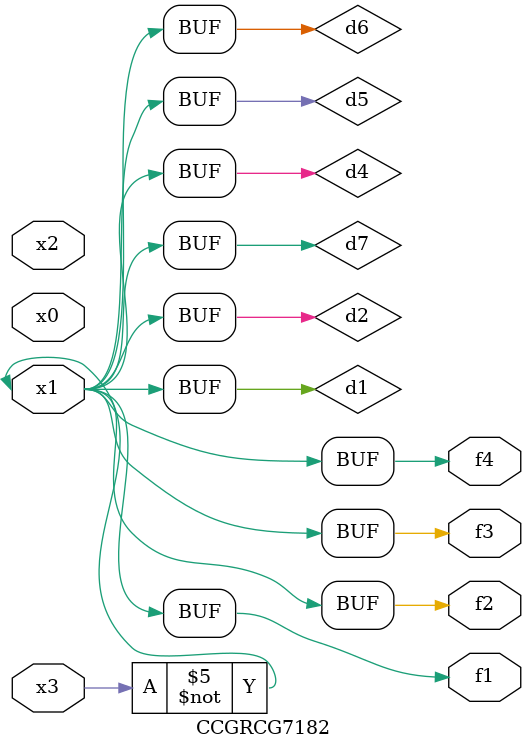
<source format=v>
module CCGRCG7182(
	input x0, x1, x2, x3,
	output f1, f2, f3, f4
);

	wire d1, d2, d3, d4, d5, d6, d7;

	not (d1, x3);
	buf (d2, x1);
	xnor (d3, d1, d2);
	nor (d4, d1);
	buf (d5, d1, d2);
	buf (d6, d4, d5);
	nand (d7, d4);
	assign f1 = d6;
	assign f2 = d7;
	assign f3 = d6;
	assign f4 = d6;
endmodule

</source>
